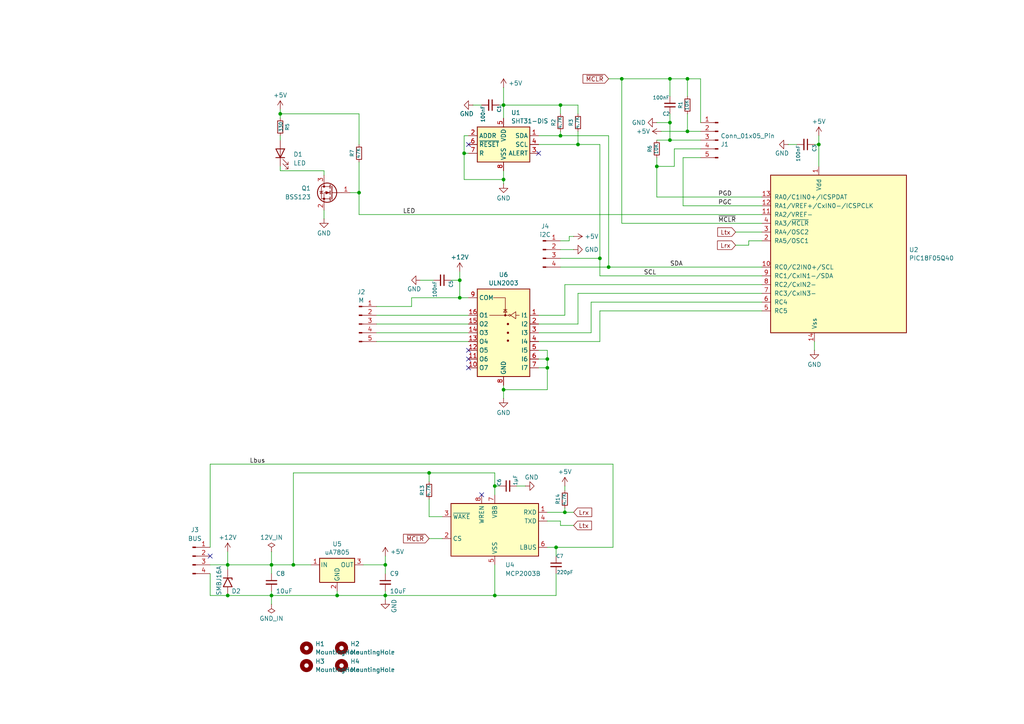
<source format=kicad_sch>
(kicad_sch (version 20231120) (generator "eeschema") (generator_version "8.0")
  (paper "A4")
  (lib_symbols
    (symbol "Connector:Conn_01x04_Pin" (pin_names (offset 1.016) hide)
      (property "Reference" "J" (at 0 5.08 0))
      (property "Value" "Conn_01x04_Pin" (at 0 -7.62 0))
      (symbol "Conn_01x04_Pin_1_1"
        (polyline (pts (xy 1.27 -5.08) (xy 0.8636 -5.08)) (stroke (width 0.1524)))
        (polyline (pts (xy 1.27 -2.54) (xy 0.8636 -2.54)) (stroke (width 0.1524)))
        (polyline (pts (xy 1.27 0) (xy 0.8636 0)) (stroke (width 0.1524)))
        (polyline (pts (xy 1.27 2.54) (xy 0.8636 2.54)) (stroke (width 0.1524)))
        (rectangle (start 0.8636 -4.953) (end 0 -5.207) (stroke (width 0.1524)) (fill (type outline)))
        (rectangle (start 0.8636 -2.413) (end 0 -2.667) (stroke (width 0.1524)) (fill (type outline)))
        (rectangle (start 0.8636 0.127) (end 0 -0.127) (stroke (width 0.1524)) (fill (type outline)))
        (rectangle (start 0.8636 2.667) (end 0 2.413) (stroke (width 0.1524)) (fill (type outline)))
        (pin passive line (at 5.08 2.54 180) (length 3.81) (name "Pin_1") (number "1"))
        (pin passive line (at 5.08 0 180) (length 3.81) (name "Pin_2") (number "2"))
        (pin passive line (at 5.08 -2.54 180) (length 3.81) (name "Pin_3") (number "3"))
        (pin passive line (at 5.08 -5.08 180) (length 3.81) (name "Pin_4") (number "4"))
      )
    )
    (symbol "Connector:Conn_01x05_Pin" (pin_names (offset 1.016) hide)
      (property "Reference" "J" (at 0 7.62 0))
      (property "Value" "Conn_01x05_Pin" (at 0 -7.62 0))
      (symbol "Conn_01x05_Pin_1_1"
        (polyline (pts (xy 1.27 -5.08) (xy 0.8636 -5.08)) (stroke (width 0.1524)))
        (polyline (pts (xy 1.27 -2.54) (xy 0.8636 -2.54)) (stroke (width 0.1524)))
        (polyline (pts (xy 1.27 0) (xy 0.8636 0)) (stroke (width 0.1524)))
        (polyline (pts (xy 1.27 2.54) (xy 0.8636 2.54)) (stroke (width 0.1524)))
        (polyline (pts (xy 1.27 5.08) (xy 0.8636 5.08)) (stroke (width 0.1524)))
        (rectangle (start 0.8636 -4.953) (end 0 -5.207) (stroke (width 0.1524)) (fill (type outline)))
        (rectangle (start 0.8636 -2.413) (end 0 -2.667) (stroke (width 0.1524)) (fill (type outline)))
        (rectangle (start 0.8636 0.127) (end 0 -0.127) (stroke (width 0.1524)) (fill (type outline)))
        (rectangle (start 0.8636 2.667) (end 0 2.413) (stroke (width 0.1524)) (fill (type outline)))
        (rectangle (start 0.8636 5.207) (end 0 4.953) (stroke (width 0.1524)) (fill (type outline)))
        (pin passive line (at 5.08 5.08 180) (length 3.81) (name "Pin_1") (number "1"))
        (pin passive line (at 5.08 2.54 180) (length 3.81) (name "Pin_2") (number "2"))
        (pin passive line (at 5.08 0 180) (length 3.81) (name "Pin_3") (number "3"))
        (pin passive line (at 5.08 -2.54 180) (length 3.81) (name "Pin_4") (number "4"))
        (pin passive line (at 5.08 -5.08 180) (length 3.81) (name "Pin_5") (number "5"))
      )
    )
    (symbol "Device:C_Small" (pin_numbers hide) (pin_names (offset 0.254) hide)
      (property "Reference" "C" (at 0.254 1.778 0))
      (property "Value" "C_Small" (at 0.254 -2.032 0))
      (symbol "C_Small_0_1"
        (polyline (pts (xy -1.524 -0.508) (xy 1.524 -0.508)) (stroke (width 0.3302)))
        (polyline (pts (xy -1.524 0.508) (xy 1.524 0.508)) (stroke (width 0.3048)))
      )
      (symbol "C_Small_1_1"
        (pin passive line (at 0 2.54 270) (length 2.032) (name "~") (number "1"))
        (pin passive line (at 0 -2.54 90) (length 2.032) (name "~") (number "2"))
      )
    )
    (symbol "Device:LED" (pin_numbers hide) (pin_names (offset 1.016) hide)
      (property "Reference" "D" (at 0 2.54 0))
      (property "Value" "LED" (at 0 -2.54 0))
      (symbol "LED_0_1"
        (polyline (pts (xy -1.27 -1.27) (xy -1.27 1.27)) (stroke (width 0.254)))
        (polyline (pts (xy -1.27 0) (xy 1.27 0)))
        (polyline (pts (xy 1.27 -1.27) (xy 1.27 1.27) (xy -1.27 0) (xy 1.27 -1.27)) (stroke (width 0.254)))
        (polyline (pts (xy -3.048 -0.762) (xy -4.572 -2.286) (xy -3.81 -2.286) (xy -4.572 -2.286) (xy -4.572 -1.524)))
        (polyline (pts (xy -1.778 -0.762) (xy -3.302 -2.286) (xy -2.54 -2.286) (xy -3.302 -2.286) (xy -3.302 -1.524)))
      )
      (symbol "LED_1_1"
        (pin passive line (at -3.81 0 0) (length 2.54) (name "K") (number "1"))
        (pin passive line (at 3.81 0 180) (length 2.54) (name "A") (number "2"))
      )
    )
    (symbol "Device:R_Small" (pin_numbers hide) (pin_names (offset 0.254) hide)
      (property "Reference" "R" (at 0.762 0.508 0))
      (property "Value" "R_Small" (at 0.762 -1.016 0))
      (symbol "R_Small_0_1"
        (rectangle (start -0.762 1.778) (end 0.762 -1.778) (stroke (width 0.2032)))
      )
      (symbol "R_Small_1_1"
        (pin passive line (at 0 2.54 270) (length 0.762) (name "~") (number "1"))
        (pin passive line (at 0 -2.54 90) (length 0.762) (name "~") (number "2"))
      )
    )
    (symbol "Diode:1.5KExxA" (pin_numbers hide) (pin_names (offset 1.016) hide)
      (property "Reference" "D" (at 0 2.54 0))
      (property "Value" "1.5KExxA" (at 0 -2.54 0))
      (symbol "1.5KExxA_0_1"
        (polyline (pts (xy -0.762 1.27) (xy -1.27 1.27) (xy -1.27 -1.27)) (stroke (width 0.254)))
        (polyline (pts (xy 1.27 1.27) (xy 1.27 -1.27) (xy -1.27 0) (xy 1.27 1.27)) (stroke (width 0.254)))
      )
      (symbol "1.5KExxA_1_1"
        (pin passive line (at -3.81 0 0) (length 2.54) (name "A1") (number "1"))
        (pin passive line (at 3.81 0 180) (length 2.54) (name "A2") (number "2"))
      )
    )
    (symbol "Mechanical:MountingHole" (pin_names (offset 1.016)) (exclude_from_sim yes) (in_bom no)
      (property "Reference" "H" (at 0 5.08 0))
      (property "Value" "MountingHole" (at 0 3.175 0))
      (symbol "MountingHole_0_1"
        (circle (center 0 0) (radius 1.27) (stroke (width 1.27)))
      )
    )
    (symbol "Regulator_Linear:uA7805" (pin_names (offset 0.254))
      (property "Reference" "U" (at -3.81 3.175 0))
      (property "Value" "uA7805" (at 0 3.175 0))
      (symbol "uA7805_0_1"
        (rectangle (start -5.08 1.905) (end 5.08 -5.08) (stroke (width 0.254)) (fill (type background)))
      )
      (symbol "uA7805_1_1"
        (pin power_in line (at -7.62 0 0) (length 2.54) (name "IN") (number "1"))
        (pin power_in line (at 0 -7.62 90) (length 2.54) (name "GND") (number "2"))
        (pin power_out line (at 7.62 0 180) (length 2.54) (name "OUT") (number "3"))
      )
    )
    (symbol "Sensor_Humidity:SHT31-DIS"
      (property "Reference" "U" (at -6.35 6.35 0))
      (property "Value" "SHT31-DIS" (at 6.35 6.35 0))
      (symbol "SHT31-DIS_0_1"
        (rectangle (start -7.62 5.08) (end 7.62 -5.08) (stroke (width 0.254)) (fill (type background)))
      )
      (symbol "SHT31-DIS_1_1"
        (pin bidirectional line (at 10.16 2.54 180) (length 2.54) (name "SDA") (number "1"))
        (pin input line (at -10.16 2.54 0) (length 2.54) (name "ADDR") (number "2"))
        (pin output line (at 10.16 -2.54 180) (length 2.54) (name "ALERT") (number "3"))
        (pin input line (at 10.16 0 180) (length 2.54) (name "SCL") (number "4"))
        (pin power_in line (at 0 7.62 270) (length 2.54) (name "VDD") (number "5"))
        (pin input line (at -10.16 0 0) (length 2.54) (name "~{RESET}") (number "6"))
        (pin passive line (at -10.16 -2.54 0) (length 2.54) (name "R") (number "7"))
        (pin power_in line (at 0 -7.62 90) (length 2.54) (name "VSS") (number "8"))
        (pin passive line (at 0 -7.62 90) (length 2.54) hide (name "VSS") (number "9"))
      )
    )
    (symbol "Transistor_Array:ULN2003"
      (property "Reference" "U" (at 0 15.875 0))
      (property "Value" "ULN2003" (at 0 13.97 0))
      (symbol "ULN2003_0_1"
        (rectangle (start -7.62 -12.7) (end 7.62 12.7) (stroke (width 0.254)) (fill (type background)))
        (circle (center -1.778 5.08) (radius 0.254))
        (circle (center -1.27 -2.286) (radius 0.254) (fill (type outline)))
        (circle (center -1.27 0) (radius 0.254) (fill (type outline)))
        (circle (center -1.27 2.54) (radius 0.254) (fill (type outline)))
        (circle (center -0.508 5.08) (radius 0.254) (fill (type outline)))
        (polyline (pts (xy -4.572 5.08) (xy -3.556 5.08)))
        (polyline (pts (xy -1.524 5.08) (xy 4.064 5.08)))
        (polyline (pts (xy 0 6.731) (xy -1.016 6.731)))
        (polyline (pts (xy -0.508 5.08) (xy -0.508 10.16) (xy 2.921 10.16)))
        (polyline (pts (xy -3.556 6.096) (xy -3.556 4.064) (xy -2.032 5.08) (xy -3.556 6.096)))
        (polyline (pts (xy 0 5.969) (xy -1.016 5.969) (xy -0.508 6.731) (xy 0 5.969)))
      )
      (symbol "ULN2003_1_1"
        (pin input line (at -10.16 5.08 0) (length 2.54) (name "I1") (number "1"))
        (pin open_collector line (at 10.16 -10.16 180) (length 2.54) (name "O7") (number "10"))
        (pin open_collector line (at 10.16 -7.62 180) (length 2.54) (name "O6") (number "11"))
        (pin open_collector line (at 10.16 -5.08 180) (length 2.54) (name "O5") (number "12"))
        (pin open_collector line (at 10.16 -2.54 180) (length 2.54) (name "O4") (number "13"))
        (pin open_collector line (at 10.16 0 180) (length 2.54) (name "O3") (number "14"))
        (pin open_collector line (at 10.16 2.54 180) (length 2.54) (name "O2") (number "15"))
        (pin open_collector line (at 10.16 5.08 180) (length 2.54) (name "O1") (number "16"))
        (pin input line (at -10.16 2.54 0) (length 2.54) (name "I2") (number "2"))
        (pin input line (at -10.16 0 0) (length 2.54) (name "I3") (number "3"))
        (pin input line (at -10.16 -2.54 0) (length 2.54) (name "I4") (number "4"))
        (pin input line (at -10.16 -5.08 0) (length 2.54) (name "I5") (number "5"))
        (pin input line (at -10.16 -7.62 0) (length 2.54) (name "I6") (number "6"))
        (pin input line (at -10.16 -10.16 0) (length 2.54) (name "I7") (number "7"))
        (pin power_in line (at 0 -15.24 90) (length 2.54) (name "GND") (number "8"))
        (pin passive line (at 10.16 10.16 180) (length 2.54) (name "COM") (number "9"))
      )
    )
    (symbol "Transistor_FET:BSS123" (pin_names hide)
      (property "Reference" "Q" (at 5.08 1.905 0))
      (property "Value" "BSS123" (at 5.08 0 0))
      (symbol "BSS123_0_1"
        (polyline (pts (xy 0.254 0) (xy -2.54 0)))
        (polyline (pts (xy 0.254 1.905) (xy 0.254 -1.905)) (stroke (width 0.254)))
        (polyline (pts (xy 0.762 -1.27) (xy 0.762 -2.286)) (stroke (width 0.254)))
        (polyline (pts (xy 0.762 0.508) (xy 0.762 -0.508)) (stroke (width 0.254)))
        (polyline (pts (xy 0.762 2.286) (xy 0.762 1.27)) (stroke (width 0.254)))
        (polyline (pts (xy 2.54 2.54) (xy 2.54 1.778)))
        (polyline (pts (xy 2.54 -2.54) (xy 2.54 0) (xy 0.762 0)))
        (polyline (pts (xy 0.762 -1.778) (xy 3.302 -1.778) (xy 3.302 1.778) (xy 0.762 1.778)))
        (polyline (pts (xy 1.016 0) (xy 2.032 0.381) (xy 2.032 -0.381) (xy 1.016 0)) (fill (type outline)))
        (polyline (pts (xy 2.794 0.508) (xy 2.921 0.381) (xy 3.683 0.381) (xy 3.81 0.254)))
        (polyline (pts (xy 3.302 0.381) (xy 2.921 -0.254) (xy 3.683 -0.254) (xy 3.302 0.381)))
        (circle (center 1.651 0) (radius 2.794) (stroke (width 0.254)))
        (circle (center 2.54 -1.778) (radius 0.254) (fill (type outline)))
        (circle (center 2.54 1.778) (radius 0.254) (fill (type outline)))
      )
      (symbol "BSS123_1_1"
        (pin input line (at -5.08 0 0) (length 2.54) (name "G") (number "1"))
        (pin passive line (at 2.54 -5.08 90) (length 2.54) (name "S") (number "2"))
        (pin passive line (at 2.54 5.08 270) (length 2.54) (name "D") (number "3"))
      )
    )
    (symbol "microchip-local:MCP2003B"
      (property "Reference" "U" (at -11.811 8.763 0))
      (property "Value" "MCP2003B" (at 3.81 8.89 0))
      (symbol "MCP2003B_0_1"
        (rectangle (start -12.7 7.62) (end 12.7 -7.62) (stroke (width 0.254)) (fill (type background)))
      )
      (symbol "MCP2003B_1_1"
        (pin open_collector line (at -15.24 5.08 0) (length 2.54) (name "RXD") (number "1"))
        (pin input line (at 15.24 -2.54 180) (length 2.54) (name "CS") (number "2"))
        (pin input line (at 15.24 3.81 180) (length 2.54) (name "~{WAKE}") (number "3"))
        (pin input line (at -15.24 2.54 0) (length 2.54) (name "TXD") (number "4"))
        (pin power_in line (at 0 -10.16 90) (length 2.54) (name "VSS") (number "5"))
        (pin open_collector line (at -15.24 -5.08 0) (length 2.54) (name "LBUS") (number "6"))
        (pin power_in line (at 0 10.16 270) (length 2.54) (name "VBB") (number "7"))
        (pin open_collector line (at 3.81 10.16 270) (length 2.54) (name "WREN") (number "8"))
      )
    )
    (symbol "microchip-local:PIC18F05Q40" (pin_names (offset 1.016))
      (property "Reference" "U" (at -17.78 24.13 0))
      (property "Value" "PIC18F05Q40" (at 17.78 24.13 0))
      (symbol "PIC18F05Q40_0_1"
        (rectangle (start -21.59 22.86) (end 17.78 -22.86) (stroke (width 0.254)) (fill (type background)))
      )
      (symbol "PIC18F05Q40_1_1"
        (pin power_in line (at -7.62 25.4 270) (length 2.54) (name "Vdd") (number "1"))
        (pin bidirectional line (at -24.13 -3.81 0) (length 2.54) (name "RC0/C2IN0+/SCL") (number "10"))
        (pin bidirectional line (at -24.13 11.43 0) (length 2.54) (name "RA2/VREF-") (number "11"))
        (pin bidirectional line (at -24.13 13.97 0) (length 2.54) (name "RA1/VREF+/CxIN0-/ICSPCLK") (number "12"))
        (pin bidirectional line (at -24.13 16.51 0) (length 2.54) (name "RA0/C1IN0+/ICSPDAT") (number "13"))
        (pin power_in line (at -8.89 -25.4 90) (length 2.54) (name "Vss") (number "14"))
        (pin bidirectional line (at -24.13 3.81 0) (length 2.54) (name "RA5/OSC1") (number "2"))
        (pin bidirectional line (at -24.13 6.35 0) (length 2.54) (name "RA4/OSC2") (number "3"))
        (pin bidirectional line (at -24.13 8.89 0) (length 2.54) (name "RA3/~{MCLR}") (number "4"))
        (pin bidirectional line (at -24.13 -16.51 0) (length 2.54) (name "RC5") (number "5"))
        (pin bidirectional line (at -24.13 -13.97 0) (length 2.54) (name "RC4") (number "6"))
        (pin bidirectional line (at -24.13 -11.43 0) (length 2.54) (name "RC3/CxIN3-") (number "7"))
        (pin bidirectional line (at -24.13 -8.89 0) (length 2.54) (name "RC2/CxIN2-") (number "8"))
        (pin bidirectional line (at -24.13 -6.35 0) (length 2.54) (name "RC1/CxIN1-/SDA") (number "9"))
      )
    )
    (symbol "power:+12V" (power) (pin_numbers hide) (pin_names (offset 0) hide)
      (property "Value" "+12V" (at 0 3.556 0))
      (symbol "+12V_0_1"
        (polyline (pts (xy -0.762 1.27) (xy 0 2.54)))
        (polyline (pts (xy 0 0) (xy 0 2.54)))
        (polyline (pts (xy 0 2.54) (xy 0.762 1.27)))
      )
      (symbol "+12V_1_1"
        (pin power_in line (at 0 0 90) (length 0) (name "~") (number "1"))
      )
    )
    (symbol "power:+5V" (power) (pin_numbers hide) (pin_names (offset 0) hide)
      (property "Value" "+5V" (at 0 3.556 0))
      (symbol "+5V_0_1"
        (polyline (pts (xy -0.762 1.27) (xy 0 2.54)))
        (polyline (pts (xy 0 0) (xy 0 2.54)))
        (polyline (pts (xy 0 2.54) (xy 0.762 1.27)))
      )
      (symbol "+5V_1_1"
        (pin power_in line (at 0 0 90) (length 0) (name "~") (number "1"))
      )
    )
    (symbol "power:GND" (power) (pin_numbers hide) (pin_names (offset 0) hide)
      (property "Value" "GND" (at 0 -3.81 0))
      (symbol "GND_0_1"
        (polyline (pts (xy 0 0) (xy 0 -1.27) (xy 1.27 -1.27) (xy 0 -2.54) (xy -1.27 -1.27) (xy 0 -1.27)))
      )
      (symbol "GND_1_1"
        (pin power_in line (at 0 0 270) (length 0) (name "~") (number "1"))
      )
    )
    (symbol "power:PWR_FLAG" (power) (pin_numbers hide) (pin_names (offset 0) hide)
      (property "Value" "PWR_FLAG" (at 0 3.81 0))
      (symbol "PWR_FLAG_0_0"
        (pin power_out line (at 0 0 90) (length 0) (name "~") (number "1"))
      )
      (symbol "PWR_FLAG_0_1"
        (polyline (pts (xy 0 0) (xy 0 1.27) (xy -1.016 1.905) (xy 0 2.54) (xy 1.016 1.905) (xy 0 1.27)))
      )
    )
  )
  (junction (at 194.31 40.64))
  (junction (at 176.53 77.47))
  (junction (at 85.09 163.83))
  (junction (at 111.76 172.72))
  (junction (at 163.83 148.59))
  (junction (at 97.79 172.72))
  (junction (at 66.04 163.83))
  (junction (at 190.5 48.26))
  (junction (at 199.39 22.86))
  (junction (at 78.74 163.83))
  (junction (at 143.51 140.97))
  (junction (at 158.75 104.14))
  (junction (at 124.46 137.16))
  (junction (at 194.31 22.86))
  (junction (at 104.14 55.88))
  (junction (at 180.34 22.86))
  (junction (at 66.04 172.72))
  (junction (at 199.39 38.1))
  (junction (at 161.29 158.75))
  (junction (at 78.74 172.72))
  (junction (at 81.28 33.02))
  (junction (at 146.05 52.07))
  (junction (at 167.64 41.91))
  (junction (at 133.35 81.28))
  (junction (at 133.35 86.36))
  (junction (at 146.05 30.48))
  (junction (at 194.31 35.56))
  (junction (at 162.56 39.37))
  (junction (at 237.49 41.91))
  (junction (at 111.76 163.83))
  (junction (at 158.75 106.68))
  (junction (at 134.62 44.45))
  (junction (at 162.56 30.48))
  (junction (at 173.99 74.93))
  (junction (at 143.51 172.72))
  (junction (at 146.05 113.03))
  (no_connect (at 135.89 106.68))
  (no_connect (at 139.7 143.51))
  (no_connect (at 135.89 101.6))
  (no_connect (at 156.21 44.45))
  (no_connect (at 60.96 161.29))
  (no_connect (at 135.89 41.91))
  (no_connect (at 135.89 104.14))
  (wire (pts (xy 165.1 69.85) (xy 162.56 69.85)))
  (wire (pts (xy 162.56 74.93) (xy 173.99 74.93)))
  (wire (pts (xy 60.96 158.75) (xy 60.96 134.62)))
  (wire (pts (xy 81.28 48.26) (xy 81.28 49.53)))
  (wire (pts (xy 237.49 39.37) (xy 237.49 41.91)))
  (wire (pts (xy 60.96 163.83) (xy 66.04 163.83)))
  (wire (pts (xy 143.51 137.16) (xy 124.46 137.16)))
  (wire (pts (xy 130.81 81.28) (xy 133.35 81.28)))
  (wire (pts (xy 104.14 55.88) (xy 104.14 62.23)))
  (wire (pts (xy 133.35 81.28) (xy 133.35 86.36)))
  (wire (pts (xy 163.83 140.97) (xy 163.83 142.24)))
  (wire (pts (xy 85.09 137.16) (xy 85.09 163.83)))
  (wire (pts (xy 81.28 34.29) (xy 81.28 33.02)))
  (wire (pts (xy 111.76 161.29) (xy 111.76 163.83)))
  (wire (pts (xy 111.76 172.72) (xy 111.76 173.99)))
  (wire (pts (xy 190.5 35.56) (xy 194.31 35.56)))
  (wire (pts (xy 143.51 143.51) (xy 143.51 140.97)))
  (wire (pts (xy 119.38 86.36) (xy 119.38 88.9)))
  (wire (pts (xy 180.34 64.77) (xy 220.98 64.77)))
  (wire (pts (xy 101.6 55.88) (xy 104.14 55.88)))
  (wire (pts (xy 134.62 39.37) (xy 134.62 44.45)))
  (wire (pts (xy 162.56 39.37) (xy 162.56 38.1)))
  (wire (pts (xy 167.64 30.48) (xy 162.56 30.48)))
  (wire (pts (xy 104.14 62.23) (xy 220.98 62.23)))
  (wire (pts (xy 124.46 156.21) (xy 128.27 156.21)))
  (wire (pts (xy 78.74 163.83) (xy 85.09 163.83)))
  (wire (pts (xy 237.49 41.91) (xy 237.49 48.26)))
  (wire (pts (xy 199.39 22.86) (xy 203.2 22.86)))
  (wire (pts (xy 162.56 151.13) (xy 162.56 152.4)))
  (wire (pts (xy 163.83 147.32) (xy 163.83 148.59)))
  (wire (pts (xy 124.46 149.86) (xy 128.27 149.86)))
  (wire (pts (xy 124.46 137.16) (xy 124.46 139.7)))
  (wire (pts (xy 194.31 35.56) (xy 194.31 40.64)))
  (wire (pts (xy 143.51 172.72) (xy 111.76 172.72)))
  (wire (pts (xy 158.75 151.13) (xy 162.56 151.13)))
  (wire (pts (xy 167.64 85.09) (xy 167.64 93.98)))
  (wire (pts (xy 176.53 22.86) (xy 180.34 22.86)))
  (wire (pts (xy 81.28 31.75) (xy 81.28 33.02)))
  (wire (pts (xy 195.58 48.26) (xy 190.5 48.26)))
  (wire (pts (xy 236.22 99.06) (xy 236.22 101.6)))
  (wire (pts (xy 191.77 38.1) (xy 199.39 38.1)))
  (wire (pts (xy 161.29 158.75) (xy 161.29 161.29)))
  (wire (pts (xy 177.8 134.62) (xy 177.8 158.75)))
  (wire (pts (xy 146.05 30.48) (xy 146.05 34.29)))
  (wire (pts (xy 194.31 22.86) (xy 194.31 27.94)))
  (wire (pts (xy 156.21 41.91) (xy 167.64 41.91)))
  (wire (pts (xy 176.53 39.37) (xy 162.56 39.37)))
  (wire (pts (xy 220.98 90.17) (xy 173.99 90.17)))
  (wire (pts (xy 203.2 35.56) (xy 203.2 22.86)))
  (wire (pts (xy 237.49 41.91) (xy 236.22 41.91)))
  (wire (pts (xy 220.98 87.63) (xy 171.45 87.63)))
  (wire (pts (xy 199.39 22.86) (xy 199.39 27.94)))
  (wire (pts (xy 177.8 158.75) (xy 161.29 158.75)))
  (wire (pts (xy 162.56 77.47) (xy 176.53 77.47)))
  (wire (pts (xy 146.05 52.07) (xy 146.05 49.53)))
  (wire (pts (xy 93.98 60.96) (xy 93.98 63.5)))
  (wire (pts (xy 190.5 57.15) (xy 190.5 48.26)))
  (wire (pts (xy 81.28 49.53) (xy 93.98 49.53)))
  (wire (pts (xy 217.17 71.12) (xy 217.17 69.85)))
  (wire (pts (xy 66.04 172.72) (xy 78.74 172.72)))
  (wire (pts (xy 78.74 172.72) (xy 97.79 172.72)))
  (wire (pts (xy 156.21 106.68) (xy 158.75 106.68)))
  (wire (pts (xy 220.98 59.69) (xy 198.12 59.69)))
  (wire (pts (xy 78.74 163.83) (xy 78.74 166.37)))
  (wire (pts (xy 133.35 78.74) (xy 133.35 81.28)))
  (wire (pts (xy 190.5 48.26) (xy 190.5 45.72)))
  (wire (pts (xy 109.22 99.06) (xy 135.89 99.06)))
  (wire (pts (xy 173.99 41.91) (xy 173.99 74.93)))
  (wire (pts (xy 194.31 40.64) (xy 203.2 40.64)))
  (wire (pts (xy 139.7 30.48) (xy 137.16 30.48)))
  (wire (pts (xy 78.74 171.45) (xy 78.74 172.72)))
  (wire (pts (xy 167.64 93.98) (xy 156.21 93.98)))
  (wire (pts (xy 66.04 163.83) (xy 66.04 165.1)))
  (wire (pts (xy 146.05 113.03) (xy 146.05 115.57)))
  (wire (pts (xy 161.29 166.37) (xy 161.29 172.72)))
  (wire (pts (xy 163.83 82.55) (xy 163.83 91.44)))
  (wire (pts (xy 198.12 45.72) (xy 198.12 59.69)))
  (wire (pts (xy 231.14 41.91) (xy 228.6 41.91)))
  (wire (pts (xy 78.74 175.26) (xy 78.74 172.72)))
  (wire (pts (xy 109.22 91.44) (xy 135.89 91.44)))
  (wire (pts (xy 124.46 144.78) (xy 124.46 149.86)))
  (wire (pts (xy 111.76 166.37) (xy 111.76 163.83)))
  (wire (pts (xy 173.99 41.91) (xy 167.64 41.91)))
  (wire (pts (xy 161.29 158.75) (xy 158.75 158.75)))
  (wire (pts (xy 161.29 172.72) (xy 143.51 172.72)))
  (wire (pts (xy 78.74 160.02) (xy 78.74 163.83)))
  (wire (pts (xy 199.39 38.1) (xy 203.2 38.1)))
  (wire (pts (xy 111.76 171.45) (xy 111.76 172.72)))
  (wire (pts (xy 134.62 52.07) (xy 146.05 52.07)))
  (wire (pts (xy 146.05 111.76) (xy 146.05 113.03)))
  (wire (pts (xy 158.75 106.68) (xy 158.75 113.03)))
  (wire (pts (xy 173.99 99.06) (xy 156.21 99.06)))
  (wire (pts (xy 220.98 82.55) (xy 163.83 82.55)))
  (wire (pts (xy 173.99 74.93) (xy 173.99 80.01)))
  (wire (pts (xy 166.37 68.58) (xy 165.1 68.58)))
  (wire (pts (xy 163.83 148.59) (xy 166.37 148.59)))
  (wire (pts (xy 156.21 39.37) (xy 162.56 39.37)))
  (wire (pts (xy 199.39 33.02) (xy 199.39 38.1)))
  (wire (pts (xy 163.83 91.44) (xy 156.21 91.44)))
  (wire (pts (xy 119.38 88.9) (xy 109.22 88.9)))
  (wire (pts (xy 124.46 137.16) (xy 85.09 137.16)))
  (wire (pts (xy 158.75 148.59) (xy 163.83 148.59)))
  (wire (pts (xy 85.09 163.83) (xy 90.17 163.83)))
  (wire (pts (xy 66.04 160.02) (xy 66.04 163.83)))
  (wire (pts (xy 171.45 96.52) (xy 156.21 96.52)))
  (wire (pts (xy 66.04 163.83) (xy 78.74 163.83)))
  (wire (pts (xy 173.99 90.17) (xy 173.99 99.06)))
  (wire (pts (xy 213.36 71.12) (xy 217.17 71.12)))
  (wire (pts (xy 176.53 77.47) (xy 176.53 39.37)))
  (wire (pts (xy 162.56 30.48) (xy 146.05 30.48)))
  (wire (pts (xy 171.45 87.63) (xy 171.45 96.52)))
  (wire (pts (xy 104.14 46.99) (xy 104.14 55.88)))
  (wire (pts (xy 203.2 45.72) (xy 198.12 45.72)))
  (wire (pts (xy 158.75 104.14) (xy 158.75 106.68)))
  (wire (pts (xy 143.51 140.97) (xy 144.78 140.97)))
  (wire (pts (xy 135.89 44.45) (xy 134.62 44.45)))
  (wire (pts (xy 156.21 101.6) (xy 158.75 101.6)))
  (wire (pts (xy 162.56 72.39) (xy 166.37 72.39)))
  (wire (pts (xy 81.28 39.37) (xy 81.28 40.64)))
  (wire (pts (xy 143.51 163.83) (xy 143.51 172.72)))
  (wire (pts (xy 60.96 166.37) (xy 60.96 172.72)))
  (wire (pts (xy 158.75 101.6) (xy 158.75 104.14)))
  (wire (pts (xy 213.36 67.31) (xy 220.98 67.31)))
  (wire (pts (xy 190.5 40.64) (xy 194.31 40.64)))
  (wire (pts (xy 111.76 163.83) (xy 105.41 163.83)))
  (wire (pts (xy 146.05 30.48) (xy 144.78 30.48)))
  (wire (pts (xy 135.89 39.37) (xy 134.62 39.37)))
  (wire (pts (xy 203.2 43.18) (xy 195.58 43.18)))
  (wire (pts (xy 165.1 68.58) (xy 165.1 69.85)))
  (wire (pts (xy 162.56 152.4) (xy 166.37 152.4)))
  (wire (pts (xy 156.21 104.14) (xy 158.75 104.14)))
  (wire (pts (xy 109.22 93.98) (xy 135.89 93.98)))
  (wire (pts (xy 158.75 113.03) (xy 146.05 113.03)))
  (wire (pts (xy 180.34 22.86) (xy 194.31 22.86)))
  (wire (pts (xy 167.64 33.02) (xy 167.64 30.48)))
  (wire (pts (xy 133.35 86.36) (xy 119.38 86.36)))
  (wire (pts (xy 93.98 49.53) (xy 93.98 50.8)))
  (wire (pts (xy 217.17 69.85) (xy 220.98 69.85)))
  (wire (pts (xy 60.96 134.62) (xy 177.8 134.62)))
  (wire (pts (xy 220.98 85.09) (xy 167.64 85.09)))
  (wire (pts (xy 146.05 25.4) (xy 146.05 30.48)))
  (wire (pts (xy 134.62 44.45) (xy 134.62 52.07)))
  (wire (pts (xy 121.92 81.28) (xy 125.73 81.28)))
  (wire (pts (xy 220.98 80.01) (xy 173.99 80.01)))
  (wire (pts (xy 133.35 86.36) (xy 135.89 86.36)))
  (wire (pts (xy 220.98 57.15) (xy 190.5 57.15)))
  (wire (pts (xy 146.05 52.07) (xy 146.05 53.34)))
  (wire (pts (xy 180.34 64.77) (xy 180.34 22.86)))
  (wire (pts (xy 104.14 41.91) (xy 104.14 33.02)))
  (wire (pts (xy 97.79 171.45) (xy 97.79 172.72)))
  (wire (pts (xy 162.56 30.48) (xy 162.56 33.02)))
  (wire (pts (xy 60.96 172.72) (xy 66.04 172.72)))
  (wire (pts (xy 149.86 140.97) (xy 152.4 140.97)))
  (wire (pts (xy 167.64 41.91) (xy 167.64 38.1)))
  (wire (pts (xy 176.53 77.47) (xy 220.98 77.47)))
  (wire (pts (xy 143.51 140.97) (xy 143.51 137.16)))
  (wire (pts (xy 97.79 172.72) (xy 111.76 172.72)))
  (wire (pts (xy 104.14 33.02) (xy 81.28 33.02)))
  (wire (pts (xy 194.31 33.02) (xy 194.31 35.56)))
  (wire (pts (xy 109.22 96.52) (xy 135.89 96.52)))
  (wire (pts (xy 194.31 22.86) (xy 199.39 22.86)))
  (wire (pts (xy 195.58 43.18) (xy 195.58 48.26)))
  (label "SCL" (at 186.69 80.01 0))
  (label "~{MCLR}" (at 208.28 64.77 0))
  (label "LED" (at 116.84 62.23 0))
  (label "PGD" (at 208.28 57.15 0))
  (label "Lbus" (at 72.39 134.62 0))
  (label "PGC" (at 208.28 59.69 0))
  (label "SDA" (at 194.31 77.47 0))
  (global_label "Lrx" (shape input) (at 213.36 71.12 180) (property "Intersheetrefs" "${INTERSHEET_REFS}" (effects (hide yes))))
  (global_label "Ltx" (shape input) (at 213.36 67.31 180) (property "Intersheetrefs" "${INTERSHEET_REFS}" (effects (hide yes))))
  (global_label "Ltx" (shape input) (at 166.37 152.4 0) (property "Intersheetrefs" "${INTERSHEET_REFS}" (effects (hide yes))))
  (global_label "~{MCLR}" (shape input) (at 176.53 22.86 180) (property "Intersheetrefs" "${INTERSHEET_REFS}" (effects (hide yes))))
  (global_label "~{MCLR}" (shape input) (at 124.46 156.21 180) (property "Intersheetrefs" "${INTERSHEET_REFS}" (effects (hide yes))))
  (global_label "Lrx" (shape input) (at 166.37 148.59 0) (property "Intersheetrefs" "${INTERSHEET_REFS}" (effects (hide yes))))
  (symbol (lib_id "power:PWR_FLAG") (at 78.74 175.26 180) (unit 1)
    (property "Reference" "#FLG02" (effects (hide yes)))
    (property "Value" "GND_IN" (at 78.74 179.3931 0))
    (property "Description" "Special symbol for telling ERC where power comes from" (effects (hide yes)))
  )
  (symbol (lib_id "Diode:1.5KExxA") (at 66.04 168.91 270) (unit 1)
    (property "Reference" "D2" (at 69.85 171.45 90) (effects (justify right)))
    (property "Value" "SMBJ16A" (at 63.5 172.72 0) (effects (justify right)))
    (property "Footprint" "Diode_SMD:D_SMB_Handsoldering" (effects (hide yes)))
    (property "Datasheet" "https://www.vishay.com/docs/88301/15ke.pdf" (effects (hide yes)))
    (property "P/N" " SMBJ16Ae3/TR13 (M) (stock)" (effects (hide yes)))
  )
  (symbol (lib_id "Device:C_Small") (at 233.68 41.91 270) (unit 1)
    (property "Reference" "C3" (at 236.22 41.91 0) (effects (font (size 1.016 1.016)) (justify left)))
    (property "Value" "100nF" (at 231.521 42.0624 0) (effects (font (size 1.016 1.016)) (justify left)))
    (property "Footprint" "Capacitor_SMD:C_0603_1608Metric_Pad1.08x0.95mm_HandSolder" (effects (hide yes)))
    (property "Description" "Unpolarized capacitor, small symbol" (effects (hide yes)))
    (property "P/N" "stock" (effects (hide yes)))
  )
  (symbol (lib_id "Device:C_Small") (at 128.27 81.28 270) (unit 1)
    (property "Reference" "C5" (at 130.81 81.28 0) (effects (font (size 1.016 1.016)) (justify left)))
    (property "Value" "100nF" (at 126.111 81.4324 0) (effects (font (size 1.016 1.016)) (justify left)))
    (property "Footprint" "Capacitor_SMD:C_0603_1608Metric_Pad1.08x0.95mm_HandSolder" (effects (hide yes)))
    (property "Description" "Unpolarized capacitor, small symbol" (effects (hide yes)))
    (property "P/N" "stock" (effects (hide yes)))
  )
  (symbol (lib_id "Device:R_Small") (at 167.64 35.56 180) (unit 1)
    (property "Reference" "R3" (at 165.608 35.56 90) (effects (font (size 1.016 1.016))))
    (property "Value" "4.7K" (at 167.4622 35.5854 90) (effects (font (size 1.016 1.016))))
    (property "Footprint" "Resistor_SMD:R_0805_2012Metric_Pad1.20x1.40mm_HandSolder" (effects (hide yes)))
    (property "Description" "Resistor, small symbol" (effects (hide yes)))
    (property "P/N" "stock" (effects (hide yes)))
  )
  (symbol (lib_id "Device:LED") (at 81.28 44.45 90) (unit 1)
    (property "Reference" "D1" (at 85.09 44.7674 90) (effects (justify right)))
    (property "Value" "LED" (at 85.09 47.3074 90) (effects (justify right)))
    (property "Footprint" "LED_SMD:LED_0603_1608Metric_Pad1.05x0.95mm_HandSolder" (effects (hide yes)))
    (property "Description" "Light emitting diode" (effects (hide yes)))
    (property "P/N" "APT1608EC (stock)" (effects (hide yes)))
  )
  (symbol (lib_id "power:GND") (at 190.5 35.56 270) (unit 1)
    (property "Reference" "#PWR04" (effects (hide yes)))
    (property "Value" "GND" (at 187.3251 35.56 90) (effects (justify right)))
    (property "Description" "Power symbol creates a global label with name \"GND\" , ground" (effects (hide yes)))
  )
  (symbol (lib_id "Mechanical:MountingHole") (at 88.9 193.04 0) (unit 1) (exclude_from_sim yes) (in_bom no)
    (property "Reference" "H3" (at 91.44 191.8278 0) (effects (justify left)))
    (property "Value" "MountingHole" (at 91.44 194.2521 0) (effects (justify left)))
    (property "Footprint" "MountingHole:MountingHole_3.2mm_M3" (effects (hide yes)))
    (property "Description" "Mounting Hole without connection" (effects (hide yes)))
  )
  (symbol (lib_id "Device:C_Small") (at 161.29 163.83 0) (unit 1)
    (property "Reference" "C7" (at 161.29 161.29 0) (effects (font (size 1.016 1.016)) (justify left)))
    (property "Value" "220pF" (at 161.4424 165.989 0) (effects (font (size 1.016 1.016)) (justify left)))
    (property "Footprint" "Capacitor_SMD:C_0603_1608Metric_Pad1.08x0.95mm_HandSolder" (effects (hide yes)))
    (property "Description" "Unpolarized capacitor, small symbol" (effects (hide yes)))
    (property "P/N" "C0603C221K1RACTU" (effects (hide yes)))
  )
  (symbol (lib_id "Transistor_FET:BSS123") (at 96.52 55.88 0) (mirror y) (unit 1)
    (property "Reference" "Q1" (at 90.17 54.6099 0) (effects (justify left)))
    (property "Value" "BSS123" (at 90.17 57.1499 0) (effects (justify left)))
    (property "Footprint" "Package_TO_SOT_SMD:SOT-23" (effects (hide yes)))
    (property "Datasheet" "http://www.diodes.com/assets/Datasheets/ds30366.pdf" (effects (hide yes)))
    (property "Description" "0.17A Id, 100V Vds, N-Channel MOSFET, SOT-23" (effects (hide yes)))
    (property "P/N" "BSS123 (stock)" (effects (hide yes)))
  )
  (symbol (lib_id "power:+5V") (at 111.76 161.29 0) (unit 1)
    (property "Reference" "#PWR018" (effects (hide yes)))
    (property "Value" "+5V" (at 113.157 160.02 0) (effects (justify left)))
    (property "Description" "Power symbol creates a global label with name \"+5V\"" (effects (hide yes)))
  )
  (symbol (lib_id "power:PWR_FLAG") (at 78.74 160.02 0) (unit 1)
    (property "Reference" "#FLG01" (effects (hide yes)))
    (property "Value" "12V_IN" (at 78.74 155.8869 0))
    (property "Description" "Special symbol for telling ERC where power comes from" (effects (hide yes)))
  )
  (symbol (lib_id "power:GND") (at 228.6 41.91 270) (unit 1)
    (property "Reference" "#PWR06" (effects (hide yes)))
    (property "Value" "GND" (at 228.854 44.45 90) (effects (justify right)))
    (property "Description" "Power symbol creates a global label with name \"GND\" , ground" (effects (hide yes)))
  )
  (symbol (lib_id "power:+5V") (at 237.49 39.37 0) (unit 1)
    (property "Reference" "#PWR05" (effects (hide yes)))
    (property "Value" "+5V" (at 237.49 35.2369 0))
    (property "Description" "Power symbol creates a global label with name \"+5V\"" (effects (hide yes)))
  )
  (symbol (lib_id "Mechanical:MountingHole") (at 88.9 187.96 0) (unit 1) (exclude_from_sim yes) (in_bom no)
    (property "Reference" "H1" (at 91.44 186.7478 0) (effects (justify left)))
    (property "Value" "MountingHole" (at 91.44 189.1721 0) (effects (justify left)))
    (property "Footprint" "MountingHole:MountingHole_3.2mm_M3" (effects (hide yes)))
    (property "Description" "Mounting Hole without connection" (effects (hide yes)))
  )
  (symbol (lib_id "power:+5V") (at 191.77 38.1 90) (unit 1)
    (property "Reference" "#PWR07" (effects (hide yes)))
    (property "Value" "+5V" (at 188.5951 38.1 90) (effects (justify left)))
    (property "Description" "Power symbol creates a global label with name \"+5V\"" (effects (hide yes)))
  )
  (symbol (lib_id "Transistor_Array:ULN2003") (at 146.05 96.52 0) (mirror y) (unit 1)
    (property "Reference" "U6" (at 146.05 79.6755 0))
    (property "Value" "ULN2003" (at 146.05 82.0998 0))
    (property "Footprint" "Package_SO:SOIC-16_3.9x9.9mm_P1.27mm" (effects (hide yes)))
    (property "Datasheet" "http://www.ti.com/lit/ds/symlink/uln2003a.pdf" (effects (hide yes)))
    (property "Description" "High Voltage, High Current Darlington Transistor Arrays, SOIC16/SOIC16W/DIP16/TSSOP16" (effects (hide yes)))
    (property "P/N" "ULN2003D1013TR" (effects (hide yes)))
  )
  (symbol (lib_id "Device:C_Small") (at 142.24 30.48 270) (unit 1)
    (property "Reference" "C1" (at 144.78 30.48 0) (effects (font (size 1.016 1.016)) (justify left)))
    (property "Value" "100nF" (at 140.081 30.6324 0) (effects (font (size 1.016 1.016)) (justify left)))
    (property "Footprint" "Capacitor_SMD:C_0603_1608Metric_Pad1.08x0.95mm_HandSolder" (effects (hide yes)))
    (property "Description" "Unpolarized capacitor, small symbol" (effects (hide yes)))
    (property "P/N" "stock" (effects (hide yes)))
  )
  (symbol (lib_id "microchip-local:PIC18F05Q40") (at 245.11 73.66 0) (unit 1)
    (property "Reference" "U2" (at 263.652 72.4478 0) (effects (justify left)))
    (property "Value" "PIC18F05Q40" (at 263.652 74.8721 0) (effects (justify left)))
    (property "Footprint" "Package_SO:SOIC-14_3.9x8.7mm_P1.27mm" (effects (hide yes)))
    (property "Description" "32K Flash, 2KByte RAM, PIC18 Microcontroller ADC PWM SPI I2C USART in SSOP14 package" (effects (hide yes)))
    (property "P/N" "PIC18F05Q40-I/SL" (effects (hide yes)))
  )
  (symbol (lib_id "power:GND") (at 121.92 81.28 270) (unit 1)
    (property "Reference" "#PWR013" (effects (hide yes)))
    (property "Value" "GND" (at 122.174 83.82 90) (effects (justify right)))
    (property "Description" "Power symbol creates a global label with name \"GND\" , ground" (effects (hide yes)))
  )
  (symbol (lib_id "Sensor_Humidity:SHT31-DIS") (at 146.05 41.91 0) (unit 1)
    (property "Reference" "U1" (at 148.2441 32.6855 0) (effects (justify left)))
    (property "Value" "SHT31-DIS" (at 148.2441 35.1098 0) (effects (justify left)))
    (property "Footprint" "Sensor_Humidity:Sensirion_DFN-8-1EP_2.5x2.5mm_P0.5mm_EP1.1x1.7mm" (effects (hide yes)))
    (property "Datasheet" "https://www.sensirion.com/fileadmin/user_upload/customers/sensirion/Dokumente/2_Humidity_Sensors/Datasheets/Sensirion_Humidity_Sensors_SHT3x_Datasheet_digital.pdf" (effects (hide yes)))
    (property "Description" "I²C humidity and temperature sensor, ±2%RH, ±0.2°C, DFN-8" (effects (hide yes)))
    (property "P/N" "SHT31-DIS-B" (effects (hide yes)))
  )
  (symbol (lib_id "power:+5V") (at 166.37 68.58 270) (unit 1)
    (property "Reference" "#PWR020" (effects (hide yes)))
    (property "Value" "+5V" (at 169.545 68.58 90) (effects (justify left)))
    (property "Description" "Power symbol creates a global label with name \"+5V\"" (effects (hide yes)))
  )
  (symbol (lib_id "power:GND") (at 93.98 63.5 0) (mirror y) (unit 1)
    (property "Reference" "#PWR09" (effects (hide yes)))
    (property "Value" "GND" (at 93.98 67.6331 0))
    (property "Description" "Power symbol creates a global label with name \"GND\" , ground" (effects (hide yes)))
  )
  (symbol (lib_id "Connector:Conn_01x04_Pin") (at 55.88 161.29 0) (unit 1)
    (property "Reference" "J3" (at 56.515 153.67 0))
    (property "Value" "BUS" (at 56.515 156.21 0))
    (property "Footprint" "conn-local:Molex Pico-SPOX-4_90" (effects (hide yes)))
    (property "Description" "Generic connector, single row, 01x04, script generated" (effects (hide yes)))
    (property "P/N" "87438-0443" (effects (hide yes)))
  )
  (symbol (lib_id "power:+12V") (at 133.35 78.74 0) (unit 1)
    (property "Reference" "#PWR010" (effects (hide yes)))
    (property "Value" "+12V" (at 133.35 74.6069 0))
    (property "Description" "Power symbol creates a global label with name \"+12V\"" (effects (hide yes)))
  )
  (symbol (lib_id "power:+12V") (at 66.04 160.02 0) (unit 1)
    (property "Reference" "#PWR011" (effects (hide yes)))
    (property "Value" "+12V" (at 66.04 155.8869 0))
    (property "Description" "Power symbol creates a global label with name \"+12V\"" (effects (hide yes)))
  )
  (symbol (lib_id "power:GND") (at 146.05 53.34 0) (unit 1)
    (property "Reference" "#PWR08" (effects (hide yes)))
    (property "Value" "GND" (at 146.05 57.4731 0))
    (property "Description" "Power symbol creates a global label with name \"GND\" , ground" (effects (hide yes)))
  )
  (symbol (lib_id "power:GND") (at 111.76 173.99 0) (unit 1)
    (property "Reference" "#PWR019" (effects (hide yes)))
    (property "Value" "GND" (at 114.3 173.736 90) (effects (justify right)))
    (property "Description" "Power symbol creates a global label with name \"GND\" , ground" (effects (hide yes)))
  )
  (symbol (lib_id "power:GND") (at 146.05 115.57 0) (unit 1)
    (property "Reference" "#PWR015" (effects (hide yes)))
    (property "Value" "GND" (at 146.05 119.7031 0))
    (property "Description" "Power symbol creates a global label with name \"GND\" , ground" (effects (hide yes)))
  )
  (symbol (lib_id "Device:R_Small") (at 124.46 142.24 180) (unit 1)
    (property "Reference" "R13" (at 122.428 142.24 90) (effects (font (size 1.016 1.016))))
    (property "Value" "4.7K" (at 124.2822 142.2654 90) (effects (font (size 1.016 1.016))))
    (property "Footprint" "Resistor_SMD:R_0805_2012Metric_Pad1.20x1.40mm_HandSolder" (effects (hide yes)))
    (property "Description" "Resistor, small symbol" (effects (hide yes)))
    (property "P/N" "stock" (effects (hide yes)))
  )
  (symbol (lib_id "power:GND") (at 152.4 140.97 90) (unit 1)
    (property "Reference" "#PWR016" (effects (hide yes)))
    (property "Value" "GND" (at 152.146 138.43 90) (effects (justify right)))
    (property "Description" "Power symbol creates a global label with name \"GND\" , ground" (effects (hide yes)))
  )
  (symbol (lib_id "Device:C_Small") (at 194.31 30.48 180) (unit 1)
    (property "Reference" "C2" (at 194.31 33.02 0) (effects (font (size 1.016 1.016)) (justify left)))
    (property "Value" "100nF" (at 194.1576 28.321 0) (effects (font (size 1.016 1.016)) (justify left)))
    (property "Footprint" "Capacitor_SMD:C_0603_1608Metric_Pad1.08x0.95mm_HandSolder" (effects (hide yes)))
    (property "Description" "Unpolarized capacitor, small symbol" (effects (hide yes)))
    (property "P/N" "stock" (effects (hide yes)))
  )
  (symbol (lib_id "power:+5V") (at 146.05 25.4 0) (unit 1)
    (property "Reference" "#PWR01" (effects (hide yes)))
    (property "Value" "+5V" (at 147.447 24.13 0) (effects (justify left)))
    (property "Description" "Power symbol creates a global label with name \"+5V\"" (effects (hide yes)))
  )
  (symbol (lib_id "Device:R_Small") (at 190.5 43.18 180) (unit 1)
    (property "Reference" "R6" (at 188.468 43.18 90) (effects (font (size 1.016 1.016))))
    (property "Value" "10K" (at 190.3222 43.2054 90) (effects (font (size 1.016 1.016))))
    (property "Footprint" "Resistor_SMD:R_0805_2012Metric_Pad1.20x1.40mm_HandSolder" (effects (hide yes)))
    (property "Description" "Resistor, small symbol" (effects (hide yes)))
    (property "P/N" "stock" (effects (hide yes)))
  )
  (symbol (lib_id "Device:R_Small") (at 162.56 35.56 180) (unit 1)
    (property "Reference" "R2" (at 160.528 35.56 90) (effects (font (size 1.016 1.016))))
    (property "Value" "4.7K" (at 162.3822 35.5854 90) (effects (font (size 1.016 1.016))))
    (property "Footprint" "Resistor_SMD:R_0805_2012Metric_Pad1.20x1.40mm_HandSolder" (effects (hide yes)))
    (property "Description" "Resistor, small symbol" (effects (hide yes)))
    (property "P/N" "stock" (effects (hide yes)))
  )
  (symbol (lib_id "Mechanical:MountingHole") (at 99.06 187.96 0) (unit 1) (exclude_from_sim yes) (in_bom no)
    (property "Reference" "H2" (at 101.6 186.7478 0) (effects (justify left)))
    (property "Value" "MountingHole" (at 101.6 189.1721 0) (effects (justify left)))
    (property "Footprint" "MountingHole:MountingHole_3.2mm_M3" (effects (hide yes)))
    (property "Description" "Mounting Hole without connection" (effects (hide yes)))
  )
  (symbol (lib_id "Connector:Conn_01x05_Pin") (at 104.14 93.98 0) (unit 1)
    (property "Reference" "J2" (at 104.775 84.6793 0))
    (property "Value" "M" (at 104.775 87.1036 0))
    (property "Footprint" "Connector_JST:JST_XH_S5B-XH-A_1x05_P2.50mm_Horizontal" (effects (hide yes)))
    (property "Description" "Generic connector, single row, 01x05, script generated" (effects (hide yes)))
    (property "P/N" "S5B-XH-A (LF)(SN)" (effects (hide yes)))
  )
  (symbol (lib_id "power:+5V") (at 163.83 140.97 0) (unit 1)
    (property "Reference" "#PWR017" (effects (hide yes)))
    (property "Value" "+5V" (at 163.83 136.8369 0))
    (property "Description" "Power symbol creates a global label with name \"+5V\"" (effects (hide yes)))
  )
  (symbol (lib_id "power:+5V") (at 81.28 31.75 0) (mirror y) (unit 1)
    (property "Reference" "#PWR03" (effects (hide yes)))
    (property "Value" "+5V" (at 81.28 27.6169 0))
    (property "Description" "Power symbol creates a global label with name \"+5V\"" (effects (hide yes)))
  )
  (symbol (lib_id "Device:R_Small") (at 199.39 30.48 180) (unit 1)
    (property "Reference" "R1" (at 197.358 30.48 90) (effects (font (size 1.016 1.016))))
    (property "Value" "10K" (at 199.2122 30.5054 90) (effects (font (size 1.016 1.016))))
    (property "Footprint" "Resistor_SMD:R_0805_2012Metric_Pad1.20x1.40mm_HandSolder" (effects (hide yes)))
    (property "Description" "Resistor, small symbol" (effects (hide yes)))
    (property "P/N" "stock" (effects (hide yes)))
  )
  (symbol (lib_id "Mechanical:MountingHole") (at 99.06 193.04 0) (unit 1) (exclude_from_sim yes) (in_bom no)
    (property "Reference" "H4" (at 101.6 191.8278 0) (effects (justify left)))
    (property "Value" "MountingHole" (at 101.6 194.2521 0) (effects (justify left)))
    (property "Footprint" "MountingHole:MountingHole_3.2mm_M3" (effects (hide yes)))
    (property "Description" "Mounting Hole without connection" (effects (hide yes)))
  )
  (symbol (lib_id "Connector:Conn_01x05_Pin") (at 208.28 40.64 0) (mirror y) (unit 1)
    (property "Reference" "J1" (at 208.9912 41.8522 0) (effects (justify right)))
    (property "Value" "Conn_01x05_Pin" (at 208.9912 39.4279 0) (effects (justify right)))
    (property "Footprint" "conn-local:Molex_Pico-SPOX-5-Vertical" (effects (hide yes)))
    (property "Description" "Generic connector, single row, 01x05, script generated" (effects (hide yes)))
    (property "P/N" "87437-0543" (effects (hide yes)))
  )
  (symbol (lib_id "power:GND") (at 166.37 72.39 90) (unit 1)
    (property "Reference" "#PWR012" (effects (hide yes)))
    (property "Value" "GND" (at 169.545 72.39 90) (effects (justify right)))
    (property "Description" "Power symbol creates a global label with name \"GND\" , ground" (effects (hide yes)))
  )
  (symbol (lib_id "Regulator_Linear:uA7805") (at 97.79 163.83 0) (unit 1)
    (property "Reference" "U5" (at 97.79 157.7805 0))
    (property "Value" "uA7805" (at 97.79 160.2048 0))
    (property "Footprint" "Package_TO_SOT_SMD:TO-252-3_TabPin2" (effects (hide yes)))
    (property "Datasheet" "http://www.ti.com/lit/ds/symlink/ua78.pdf" (effects (hide yes)))
    (property "Description" "Positive 1A 35V Linear Regulator, Fixed Output 5V, TO-220/TO-263" (effects (hide yes)))
    (property "P/N" "UA78M05CDCY" (effects (hide yes)))
  )
  (symbol (lib_id "Device:C_Small") (at 147.32 140.97 90) (unit 1)
    (property "Reference" "C6" (at 144.78 140.97 0) (effects (font (size 1.016 1.016)) (justify left)))
    (property "Value" "1µF" (at 149.479 140.8176 0) (effects (font (size 1.016 1.016)) (justify left)))
    (property "Footprint" "Capacitor_SMD:C_0805_2012Metric_Pad1.18x1.45mm_HandSolder" (effects (hide yes)))
    (property "Description" "Unpolarized capacitor, small symbol" (effects (hide yes)))
    (property "P/N" "C0805C105K3RACTU ou 08053C105KAT9A (stock)" (effects (hide yes)))
  )
  (symbol (lib_id "Device:R_Small") (at 163.83 144.78 180) (unit 1)
    (property "Reference" "R14" (at 161.798 144.78 90) (effects (font (size 1.016 1.016))))
    (property "Value" "4.7K" (at 163.6522 144.8054 90) (effects (font (size 1.016 1.016))))
    (property "Footprint" "Resistor_SMD:R_0805_2012Metric_Pad1.20x1.40mm_HandSolder" (effects (hide yes)))
    (property "Description" "Resistor, small symbol" (effects (hide yes)))
    (property "P/N" "stock" (effects (hide yes)))
  )
  (symbol (lib_id "power:GND") (at 236.22 101.6 0) (unit 1)
    (property "Reference" "#PWR014" (effects (hide yes)))
    (property "Value" "GND" (at 236.22 105.7331 0))
    (property "Description" "Power symbol creates a global label with name \"GND\" , ground" (effects (hide yes)))
  )
  (symbol (lib_id "power:GND") (at 137.16 30.48 270) (unit 1)
    (property "Reference" "#PWR02" (effects (hide yes)))
    (property "Value" "GND" (at 137.414 33.02 90) (effects (justify right)))
    (property "Description" "Power symbol creates a global label with name \"GND\" , ground" (effects (hide yes)))
  )
  (symbol (lib_id "microchip-local:MCP2003B") (at 143.51 153.67 0) (mirror y) (unit 1)
    (property "Reference" "U4" (at 146.5265 163.83 0) (effects (justify right)))
    (property "Value" "MCP2003B" (at 146.5265 166.37 0) (effects (justify right)))
    (property "Footprint" "Package_SO:SOIC-8_3.9x4.9mm_P1.27mm" (effects (hide yes)))
    (property "Datasheet" "https://ww1.microchip.com/downloads/en/DeviceDoc/2000546C3.pdf" (effects (hide yes)))
    (property "Description" "LIN Transceiver, SOIC-8" (effects (hide yes)))
    (property "P/N" "MCP2003B-E/SN" (effects (hide yes)))
  )
  (symbol (lib_id "Device:C_Small") (at 78.74 168.91 0) (unit 1)
    (property "Reference" "C8" (at 80.01 166.37 0) (effects (justify left)))
    (property "Value" "10uF" (at 80.01 171.45 0) (effects (justify left)))
    (property "Footprint" "Capacitor_SMD:C_1210_3225Metric_Pad1.33x2.70mm_HandSolder" (effects (hide yes)))
    (property "Description" "Unpolarized capacitor, small symbol" (effects (hide yes)))
    (property "P/N" "C3225X5R1E106K250AA ou GCM32ER71E106KA57L (stock)" (effects (hide yes)))
  )
  (symbol (lib_id "Connector:Conn_01x04_Pin") (at 157.48 72.39 0) (unit 1)
    (property "Reference" "J4" (at 158.115 65.6293 0))
    (property "Value" "i2C" (at 158.115 68.0536 0))
    (property "Footprint" "conn-local:Molex Pico-SPOX-4_90" (effects (hide yes)))
    (property "Description" "Generic connector, single row, 01x04, script generated" (effects (hide yes)))
    (property "P/N" "87438-0443" (effects (hide yes)))
  )
  (symbol (lib_id "Device:R_Small") (at 104.14 44.45 0) (mirror y) (unit 1)
    (property "Reference" "R7" (at 102.108 44.45 90) (effects (font (size 1.016 1.016))))
    (property "Value" "47K" (at 103.9622 44.4246 90) (effects (font (size 1.016 1.016))))
    (property "Footprint" "Resistor_SMD:R_0805_2012Metric_Pad1.20x1.40mm_HandSolder" (effects (hide yes)))
    (property "Description" "Resistor, small symbol" (effects (hide yes)))
    (property "P/N" "stock" (effects (hide yes)))
  )
  (symbol (lib_id "Device:R_Small") (at 81.28 36.83 0) (unit 1)
    (property "Reference" "R5" (at 83.312 36.83 90) (effects (font (size 1.016 1.016))))
    (property "Value" "330" (at 81.4578 36.8046 90) (effects (font (size 1.016 1.016))))
    (property "Footprint" "Resistor_SMD:R_0805_2012Metric_Pad1.20x1.40mm_HandSolder" (effects (hide yes)))
    (property "Description" "Resistor, small symbol" (effects (hide yes)))
    (property "P/N" "stock ?" (effects (hide yes)))
  )
  (symbol (lib_id "Device:C_Small") (at 111.76 168.91 0) (unit 1)
    (property "Reference" "C9" (at 113.03 166.37 0) (effects (justify left)))
    (property "Value" "10uF" (at 113.03 171.45 0) (effects (justify left)))
    (property "Footprint" "Capacitor_SMD:C_0805_2012Metric_Pad1.18x1.45mm_HandSolder" (effects (hide yes)))
    (property "Description" "Unpolarized capacitor, small symbol" (effects (hide yes)))
    (property "P/N" "GRM21BC8YA106KE11L (stock)" (effects (hide yes)))
  )
)
</source>
